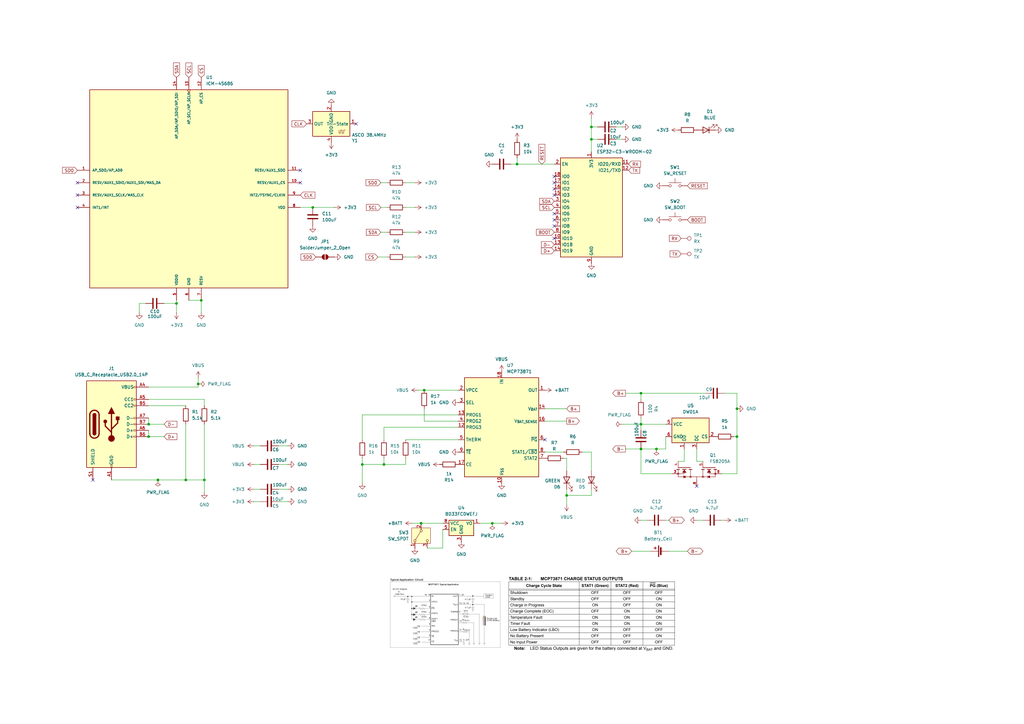
<source format=kicad_sch>
(kicad_sch (version 20250114) (generator "eeschema") (generator_version "9.0")
  (paper "A3")
  (lib_symbols
    (symbol "Battery_Management:DW01A"
      (property "Reference" "U" (at -6.604 6.35 0))
      (property "Value" "DW01A" (at 4.318 6.604 0))
      (symbol "DW01A_0_1"
        (pin power_in line (at -10.16 2.54 0) (length 2.54) (name "VCC") (number "5"))
        (pin power_in line (at -10.16 -2.54 0) (length 2.54) (name "GND") (number "6"))
        (pin output line (at -2.54 -7.62 90) (length 2.54) (name "OD") (number "1"))
        (pin output line (at 2.54 -7.62 90) (length 2.54) (name "OC") (number "3"))
        (pin input line (at 10.16 -2.54 180) (length 2.54) (name "CS") (number "2"))
      )
      (symbol "DW01A_1_1"
        (pin no_connect line (at 10.16 2.54 180) (length 2.54) (hide yes) (name "TD") (number "4"))
      )
    )
    (symbol "Battery_Management:MCP73871"
      (property "Reference" "U" (at -7.62 24.13 0))
      (property "Value" "MCP73871" (at -15.24 21.59 0))
      (symbol "MCP73871_1_1"
        (pin input line (at -17.78 15.24 0) (length 2.54) (name "VPCC") (number "2"))
        (pin input line (at -17.78 10.16 0) (length 2.54) (name "SEL") (number "3"))
        (pin bidirectional line (at -17.78 5.08 0) (length 2.54) (name "PROG1") (number "13"))
        (pin input line (at -17.78 2.54 0) (length 2.54) (name "PROG2") (number "4"))
        (pin bidirectional line (at -17.78 0 0) (length 2.54) (name "PROG3") (number "12"))
        (pin bidirectional line (at -17.78 -5.08 0) (length 2.54) (name "THERM") (number "5"))
        (pin input line (at -17.78 -10.16 0) (length 2.54) (name "~{TE}") (number "9"))
        (pin input line (at -17.78 -15.24 0) (length 2.54) (name "CE") (number "17"))
        (pin power_in line (at 0 22.86 270) (length 2.54) (name "IN") (number "18"))
        (pin passive line (at 0 22.86 270) (length 2.54) (hide yes) (name "IN") (number "19"))
        (pin power_in line (at 0 -22.86 90) (length 2.54) (name "V_{SS}") (number "10"))
        (pin passive line (at 0 -22.86 90) (length 2.54) (hide yes) (name "V_{SS}") (number "11"))
        (pin passive line (at 0 -22.86 90) (length 2.54) (hide yes) (name "V_{SS}") (number "21"))
        (pin power_out line (at 17.78 15.24 180) (length 2.54) (name "OUT") (number "1"))
        (pin passive line (at 17.78 15.24 180) (length 2.54) (hide yes) (name "OUT") (number "20"))
        (pin power_out line (at 17.78 7.62 180) (length 2.54) (name "V_{BAT}") (number "14"))
        (pin passive line (at 17.78 7.62 180) (length 2.54) (hide yes) (name "V_{BAT}") (number "15"))
        (pin input line (at 17.78 2.54 180) (length 2.54) (name "V_{BAT_SENSE}") (number "16"))
        (pin open_collector line (at 17.78 -5.08 180) (length 2.54) (name "~{PG}") (number "6"))
        (pin open_collector line (at 17.78 -10.16 180) (length 2.54) (name "STAT1/~{LBO}") (number "8"))
        (pin open_collector line (at 17.78 -12.7 180) (length 2.54) (name "STAT2") (number "7"))
      )
    )
    (symbol "Connector:TestPoint" (pin_numbers (hide yes)) (pin_names (offset 0.762) (hide yes))
      (property "Reference" "TP" (at 0 6.858 0))
      (property "Value" "TestPoint" (at 0 5.08 0))
      (symbol "TestPoint_1_1"
        (pin passive line (at 0 0 90) (length 2.54) (name "1") (number "1"))
      )
    )
    (symbol "Connector:USB_C_Receptacle_USB2.0_14P" (pin_names (offset 1.016))
      (property "Reference" "J" (at 0 22.225 0))
      (property "Value" "USB_C_Receptacle_USB2.0_14P" (at 0 19.685 0))
      (symbol "USB_C_Receptacle_USB2.0_14P_1_1"
        (pin passive line (at -7.62 -22.86 90) (length 5.08) (name "SHIELD") (number "S1"))
        (pin passive line (at 0 -22.86 90) (length 5.08) (name "GND") (number "A1"))
        (pin passive line (at 0 -22.86 90) (length 5.08) (hide yes) (name "GND") (number "A12"))
        (pin passive line (at 0 -22.86 90) (length 5.08) (hide yes) (name "GND") (number "B1"))
        (pin passive line (at 0 -22.86 90) (length 5.08) (hide yes) (name "GND") (number "B12"))
        (pin passive line (at 15.24 15.24 180) (length 5.08) (name "VBUS") (number "A4"))
        (pin passive line (at 15.24 15.24 180) (length 5.08) (hide yes) (name "VBUS") (number "A9"))
        (pin passive line (at 15.24 15.24 180) (length 5.08) (hide yes) (name "VBUS") (number "B4"))
        (pin passive line (at 15.24 15.24 180) (length 5.08) (hide yes) (name "VBUS") (number "B9"))
        (pin bidirectional line (at 15.24 10.16 180) (length 5.08) (name "CC1") (number "A5"))
        (pin bidirectional line (at 15.24 7.62 180) (length 5.08) (name "CC2") (number "B5"))
        (pin bidirectional line (at 15.24 2.54 180) (length 5.08) (name "D-") (number "A7"))
        (pin bidirectional line (at 15.24 0 180) (length 5.08) (name "D-") (number "B7"))
        (pin bidirectional line (at 15.24 -2.54 180) (length 5.08) (name "D+") (number "A6"))
        (pin bidirectional line (at 15.24 -5.08 180) (length 5.08) (name "D+") (number "B6"))
      )
    )
    (symbol "Device:Battery_Cell" (pin_numbers (hide yes)) (pin_names (offset 0) (hide yes))
      (property "Reference" "BT" (at 2.54 2.54 0))
      (property "Value" "Battery_Cell" (at 2.54 0 0))
      (symbol "Battery_Cell_1_1"
        (pin passive line (at 0 5.08 270) (length 2.54) (name "+") (number "1"))
        (pin passive line (at 0 -2.54 90) (length 2.54) (name "-") (number "2"))
      )
    )
    (symbol "Device:C" (pin_numbers (hide yes)) (pin_names (offset 0.254))
      (property "Reference" "C" (at 0.635 2.54 0))
      (property "Value" "C" (at 0.635 -2.54 0))
      (symbol "C_1_1"
        (pin passive line (at 0 3.81 270) (length 2.794) (name "~") (number "1"))
        (pin passive line (at 0 -3.81 90) (length 2.794) (name "~") (number "2"))
      )
    )
    (symbol "Device:LED" (pin_numbers (hide yes)) (pin_names (offset 1.016) (hide yes))
      (property "Reference" "D" (at 0 2.54 0))
      (property "Value" "LED" (at 0 -2.54 0))
      (symbol "LED_1_1"
        (pin passive line (at -3.81 0 0) (length 2.54) (name "K") (number "1"))
        (pin passive line (at 3.81 0 180) (length 2.54) (name "A") (number "2"))
      )
    )
    (symbol "Device:R" (pin_numbers (hide yes)) (pin_names (offset 0))
      (property "Reference" "R" (at 2.032 0 90))
      (property "Value" "R" (at 0 0 90))
      (symbol "R_1_1"
        (pin passive line (at 0 3.81 270) (length 1.27) (name "~") (number "1"))
        (pin passive line (at 0 -3.81 90) (length 1.27) (name "~") (number "2"))
      )
    )
    (symbol "FS8205A:FS8205A" (pin_names (offset 1.016))
      (property "Reference" "Q" (at -11.43 7.62 0))
      (property "Value" "FS8205A" (at -11.43 -12.7 0))
      (symbol "FS8205A_0_0"
        (pin passive line (at -5.08 2.54 0) (length 2.54) (name "~") (number "5"))
        (pin passive line (at -5.08 -7.62 0) (length 2.54) (name "~") (number "4"))
        (pin passive line (at 0 10.16 270) (length 2.54) (name "~") (number "6"))
        (pin passive line (at 0 10.16 270) (length 2.54) (name "~") (number "7"))
        (pin passive line (at 0 -10.16 90) (length 2.54) (name "~") (number "2"))
        (pin passive line (at 0 -10.16 90) (length 2.54) (name "~") (number "3"))
        (pin passive line (at 5.08 0 180) (length 2.54) (name "~") (number "1"))
        (pin passive line (at 5.08 0 180) (length 2.54) (name "~") (number "8"))
      )
    )
    (symbol "ICM-45686:ICM-45686" (pin_names (offset 1.016))
      (property "Reference" "U" (at -40.64 41.402 0))
      (property "Value" "ICM-45686" (at -40.64 -41.402 0))
      (symbol "ICM-45686_0_0"
        (pin bidirectional line (at -45.72 7.62 0) (length 5.08) (name "AP_SDO/AP_AD0") (number "1"))
        (pin bidirectional line (at -45.72 2.54 0) (length 5.08) (name "RESV/AUX1_SDIO/AUX1_SDI/MAS_DA") (number "2"))
        (pin bidirectional line (at -45.72 -2.54 0) (length 5.08) (name "RESV/AUX1_SCLK/MAS_CLK") (number "3"))
        (pin output line (at -45.72 -7.62 0) (length 5.08) (name "INT1/INT") (number "4"))
        (pin bidirectional line (at -5.08 45.72 270) (length 5.08) (name "AP_SDA/AP_SDIO/AP_SDI") (number "14"))
        (pin power_in line (at -5.08 -45.72 90) (length 5.08) (name "VDDIO") (number "5"))
        (pin input clock (at 0 45.72 270) (length 5.08) (name "AP_SCL/AP_SCLK") (number "13"))
        (pin power_in line (at 0 -45.72 90) (length 5.08) (name "GND") (number "6"))
        (pin input line (at 5.08 45.72 270) (length 5.08) (name "AP_CS") (number "12"))
        (pin passive line (at 5.08 -45.72 90) (length 5.08) (name "RESV") (number "7"))
        (pin output line (at 45.72 7.62 180) (length 5.08) (name "RESV/AUX1_SDO") (number "11"))
        (pin input line (at 45.72 2.54 180) (length 5.08) (name "RESV/AUX1_CS") (number "10"))
        (pin bidirectional line (at 45.72 -2.54 180) (length 5.08) (name "INT2/FSYNC/CLKIN") (number "9"))
        (pin power_in line (at 45.72 -7.62 180) (length 5.08) (name "VDD") (number "8"))
      )
    )
    (symbol "Jumper:SolderJumper_2_Open" (pin_numbers (hide yes)) (pin_names (offset 0) (hide yes)) (in_bom no)
      (property "Reference" "JP" (at 0 2.032 0))
      (property "Value" "SolderJumper_2_Open" (at 0 -2.54 0))
      (symbol "SolderJumper_2_Open_1_1"
        (pin passive line (at -3.81 0 0) (length 2.54) (name "A") (number "1"))
        (pin passive line (at 3.81 0 180) (length 2.54) (name "B") (number "2"))
      )
    )
    (symbol "Oscillator:ASCO"
      (property "Reference" "Y" (at -7.62 6.35 0))
      (property "Value" "ASCO" (at 1.27 -6.35 0))
      (symbol "ASCO_1_1"
        (pin input line (at -10.16 0 0) (length 2.54) (name "Tri-State") (number "1"))
        (pin power_in line (at 0 7.62 270) (length 2.54) (name "VDD") (number "4"))
        (pin power_in line (at 0 -7.62 90) (length 2.54) (name "GND") (number "2"))
        (pin output line (at 10.16 0 180) (length 2.54) (name "OUT") (number "3"))
      )
    )
    (symbol "RF_Module:ESP32-C3-WROOM-02"
      (property "Reference" "U" (at -12.192 21.336 0))
      (property "Value" "ESP32-C3-WROOM-02" (at 12.192 21.336 0))
      (symbol "ESP32-C3-WROOM-02_1_1"
        (pin input line (at -15.24 17.78 0) (length 2.54) (name "EN") (number "2"))
        (pin bidirectional line (at -15.24 12.7 0) (length 2.54) (name "IO0") (number "18"))
        (pin bidirectional line (at -15.24 10.16 0) (length 2.54) (name "IO1") (number "17"))
        (pin bidirectional line (at -15.24 7.62 0) (length 2.54) (name "IO2") (number "16"))
        (pin bidirectional line (at -15.24 5.08 0) (length 2.54) (name "IO3") (number "15"))
        (pin bidirectional line (at -15.24 2.54 0) (length 2.54) (name "IO4") (number "3"))
        (pin bidirectional line (at -15.24 0 0) (length 2.54) (name "IO5") (number "4"))
        (pin bidirectional line (at -15.24 -2.54 0) (length 2.54) (name "IO6") (number "5"))
        (pin bidirectional line (at -15.24 -5.08 0) (length 2.54) (name "IO7") (number "6"))
        (pin bidirectional line (at -15.24 -7.62 0) (length 2.54) (name "IO8") (number "7"))
        (pin bidirectional line (at -15.24 -10.16 0) (length 2.54) (name "IO9") (number "8"))
        (pin bidirectional line (at -15.24 -12.7 0) (length 2.54) (name "IO10") (number "10"))
        (pin bidirectional line (at -15.24 -15.24 0) (length 2.54) (name "IO18") (number "13"))
        (pin bidirectional line (at -15.24 -17.78 0) (length 2.54) (name "IO19") (number "14"))
        (pin power_in line (at 0 22.86 270) (length 2.54) (name "3V3") (number "1"))
        (pin passive line (at 0 -22.86 90) (length 2.54) (hide yes) (name "GND") (number "19"))
        (pin power_in line (at 0 -22.86 90) (length 2.54) (name "GND") (number "9"))
        (pin bidirectional line (at 15.24 17.78 180) (length 2.54) (name "IO20/RXD") (number "11"))
        (pin bidirectional line (at 15.24 15.24 180) (length 2.54) (name "IO21/TXD") (number "12"))
      )
    )
    (symbol "Regulator_Linear:BD33FC0WEFJ"
      (property "Reference" "U" (at 0 7.62 0))
      (property "Value" "BD33FC0WEFJ" (at 0 5.08 0))
      (symbol "BD33FC0WEFJ_1_1"
        (pin power_in line (at -7.62 0 0) (length 2.54) (name "VCC") (number "8"))
        (pin input line (at -7.62 -2.54 0) (length 2.54) (name "EN") (number "5"))
        (pin no_connect line (at -3.81 -5.08 90) (length 2.54) (hide yes) (name "NC") (number "4"))
        (pin no_connect line (at -2.54 -5.08 90) (length 2.54) (hide yes) (name "NC") (number "6"))
        (pin no_connect line (at -1.27 -5.08 90) (length 2.54) (hide yes) (name "NC") (number "7"))
        (pin power_in line (at 0 -7.62 90) (length 2.54) (name "GND") (number "3"))
        (pin passive line (at 0 -7.62 90) (length 2.54) (hide yes) (name "GND") (number "9"))
        (pin no_connect line (at 5.08 -2.54 180) (length 2.54) (hide yes) (name "NC") (number "2"))
        (pin power_out line (at 7.62 0 180) (length 2.54) (name "VO") (number "1"))
      )
    )
    (symbol "Switch:SW_Push" (pin_numbers (hide yes)) (pin_names (offset 1.016) (hide yes))
      (property "Reference" "SW" (at 1.27 2.54 0))
      (property "Value" "SW_Push" (at 0 -1.524 0))
      (symbol "SW_Push_0_1"
        (pin passive line (at -5.08 0 0) (length 2.54) (name "1") (number "1"))
        (pin passive line (at 5.08 0 180) (length 2.54) (name "2") (number "2"))
      )
    )
    (symbol "Switch:SW_SPDT" (pin_names (offset 0) (hide yes))
      (property "Reference" "SW" (at 0 5.08 0))
      (property "Value" "SW_SPDT" (at 0 -5.08 0))
      (symbol "SW_SPDT_1_1"
        (pin passive line (at -5.08 0 0) (length 2.54) (name "B") (number "2"))
        (pin passive line (at 5.08 2.54 180) (length 2.54) (name "A") (number "1"))
        (pin passive line (at 5.08 -2.54 180) (length 2.54) (name "C") (number "3"))
      )
    )
    (symbol "power:+3V3" (power) (pin_numbers (hide yes)) (pin_names (offset 0) (hide yes))
      (property "Value" "+3V3" (at 0 3.556 0))
      (symbol "+3V3_1_1"
        (pin power_in line (at 0 0 90) (length 0) (name "~") (number "1"))
      )
    )
    (symbol "power:+BATT" (power) (pin_numbers (hide yes)) (pin_names (offset 0) (hide yes))
      (property "Value" "+BATT" (at 0 3.556 0))
      (symbol "+BATT_1_1"
        (pin power_in line (at 0 0 90) (length 0) (name "~") (number "1"))
      )
    )
    (symbol "power:GND" (power) (pin_numbers (hide yes)) (pin_names (offset 0) (hide yes))
      (property "Value" "GND" (at 0 -3.81 0))
      (symbol "GND_1_1"
        (pin power_in line (at 0 0 270) (length 0) (name "~") (number "1"))
      )
    )
    (symbol "power:PWR_FLAG" (power) (pin_numbers (hide yes)) (pin_names (offset 0) (hide yes))
      (property "Value" "PWR_FLAG" (at 0 3.81 0))
      (symbol "PWR_FLAG_0_0"
        (pin power_out line (at 0 0 90) (length 0) (name "~") (number "1"))
      )
    )
    (symbol "power:VBUS" (power) (pin_numbers (hide yes)) (pin_names (offset 0) (hide yes))
      (property "Value" "VBUS" (at 0 3.556 0))
      (symbol "VBUS_1_1"
        (pin power_in line (at 0 0 90) (length 0) (name "~") (number "1"))
      )
    )
  )
  (junction (at 232.41 203.2))
  (junction (at 269.24 184.15))
  (junction (at 173.99 160.02))
  (junction (at 76.2 196.85))
  (junction (at 242.57 57.15))
  (junction (at 83.82 196.85))
  (junction (at 60.96 179.07))
  (junction (at 302.26 179.07))
  (junction (at 64.77 196.85))
  (junction (at 262.89 173.99))
  (junction (at 262.89 161.29))
  (junction (at 60.96 173.99))
  (junction (at 82.55 123.19))
  (junction (at 148.59 190.5))
  (junction (at 212.09 67.31))
  (junction (at 128.27 85.09))
  (junction (at 72.39 124.46))
  (junction (at 242.57 52.07))
  (junction (at 201.93 214.63))
  (junction (at 157.48 190.5))
  (junction (at 262.89 184.15))
  (junction (at 81.28 157.48))
  (junction (at 172.72 214.63))
  (junction (at 302.26 167.64))
  (no_connect (at 123.19 69.85))
  (no_connect (at 38.1 196.85))
  (no_connect (at 31.75 85.09))
  (no_connect (at 227.33 90.17))
  (no_connect (at 31.75 80.01))
  (no_connect (at 227.33 74.93))
  (no_connect (at 227.33 80.01))
  (no_connect (at 227.33 72.39))
  (no_connect (at 146.05 50.8))
  (no_connect (at 227.33 97.79))
  (no_connect (at 227.33 77.47))
  (no_connect (at 123.19 74.93))
  (no_connect (at 223.52 180.34))
  (no_connect (at 285.75 199.39))
  (no_connect (at 31.75 74.93))
  (no_connect (at 227.33 87.63))
  (no_connect (at 227.33 92.71))
  (wire (pts (xy 60.96 166.37) (xy 76.2 166.37)))
  (wire (pts (xy 60.96 179.07) (xy 67.31 179.07)))
  (wire (pts (xy 256.54 184.15) (xy 262.89 184.15)))
  (wire (pts (xy 242.57 57.15) (xy 245.11 57.15)))
  (wire (pts (xy 181.61 224.79) (xy 181.61 217.17)))
  (wire (pts (xy 83.82 166.37) (xy 83.82 163.83)))
  (wire (pts (xy 148.59 170.18) (xy 187.96 170.18)))
  (wire (pts (xy 242.57 52.07) (xy 242.57 57.15)))
  (wire (pts (xy 285.75 184.15) (xy 285.75 189.23)))
  (wire (pts (xy 173.99 160.02) (xy 187.96 160.02)))
  (wire (pts (xy 288.29 213.36) (xy 285.75 213.36)))
  (wire (pts (xy 280.67 189.23) (xy 278.13 189.23)))
  (wire (pts (xy 232.41 187.96) (xy 232.41 193.04)))
  (wire (pts (xy 242.57 185.42) (xy 242.57 193.04)))
  (wire (pts (xy 173.99 167.64) (xy 173.99 172.72)))
  (wire (pts (xy 83.82 163.83) (xy 60.96 163.83)))
  (wire (pts (xy 256.54 161.29) (xy 262.89 161.29)))
  (wire (pts (xy 166.37 105.41) (xy 170.18 105.41)))
  (wire (pts (xy 64.77 196.85) (xy 76.2 196.85)))
  (wire (pts (xy 255.27 173.99) (xy 262.89 173.99)))
  (wire (pts (xy 106.68 182.88) (xy 104.14 182.88)))
  (wire (pts (xy 269.24 184.15) (xy 273.05 184.15)))
  (wire (pts (xy 154.94 105.41) (xy 158.75 105.41)))
  (wire (pts (xy 81.28 157.48) (xy 81.28 154.94)))
  (wire (pts (xy 123.19 85.09) (xy 128.27 85.09)))
  (wire (pts (xy 60.96 176.53) (xy 60.96 179.07)))
  (wire (pts (xy 275.59 194.31) (xy 262.89 194.31)))
  (wire (pts (xy 295.91 194.31) (xy 302.26 194.31)))
  (wire (pts (xy 60.96 158.75) (xy 81.28 158.75)))
  (wire (pts (xy 262.89 173.99) (xy 273.05 173.99)))
  (wire (pts (xy 82.55 123.19) (xy 82.55 128.27)))
  (wire (pts (xy 242.57 48.26) (xy 242.57 52.07)))
  (wire (pts (xy 265.43 213.36) (xy 262.89 213.36)))
  (wire (pts (xy 209.55 67.31) (xy 212.09 67.31)))
  (wire (pts (xy 302.26 161.29) (xy 302.26 167.64)))
  (wire (pts (xy 156.21 95.25) (xy 158.75 95.25)))
  (wire (pts (xy 118.11 205.74) (xy 114.3 205.74)))
  (wire (pts (xy 166.37 190.5) (xy 157.48 190.5)))
  (wire (pts (xy 57.15 124.46) (xy 57.15 128.27)))
  (wire (pts (xy 302.26 179.07) (xy 300.99 179.07)))
  (wire (pts (xy 158.75 74.93) (xy 156.21 74.93)))
  (wire (pts (xy 232.41 203.2) (xy 232.41 207.01)))
  (wire (pts (xy 274.32 226.06) (xy 281.94 226.06)))
  (wire (pts (xy 201.93 214.63) (xy 205.74 214.63)))
  (wire (pts (xy 297.18 161.29) (xy 302.26 161.29)))
  (wire (pts (xy 166.37 95.25) (xy 170.18 95.25)))
  (wire (pts (xy 77.47 123.19) (xy 82.55 123.19)))
  (wire (pts (xy 173.99 172.72) (xy 187.96 172.72)))
  (wire (pts (xy 157.48 175.26) (xy 187.96 175.26)))
  (wire (pts (xy 223.52 172.72) (xy 232.41 172.72)))
  (wire (pts (xy 157.48 175.26) (xy 157.48 180.34)))
  (wire (pts (xy 285.75 189.23) (xy 288.29 189.23)))
  (wire (pts (xy 295.91 213.36) (xy 297.18 213.36)))
  (wire (pts (xy 81.28 158.75) (xy 81.28 157.48)))
  (wire (pts (xy 166.37 187.96) (xy 166.37 190.5)))
  (wire (pts (xy 106.68 190.5) (xy 104.14 190.5)))
  (wire (pts (xy 83.82 196.85) (xy 83.82 201.93)))
  (wire (pts (xy 231.14 187.96) (xy 232.41 187.96)))
  (wire (pts (xy 67.31 124.46) (xy 72.39 124.46)))
  (wire (pts (xy 262.89 161.29) (xy 289.56 161.29)))
  (wire (pts (xy 148.59 170.18) (xy 148.59 180.34)))
  (wire (pts (xy 60.96 173.99) (xy 67.31 173.99)))
  (wire (pts (xy 242.57 57.15) (xy 242.57 62.23)))
  (wire (pts (xy 76.2 196.85) (xy 83.82 196.85)))
  (wire (pts (xy 72.39 124.46) (xy 72.39 128.27)))
  (wire (pts (xy 83.82 173.99) (xy 83.82 196.85)))
  (wire (pts (xy 280.67 184.15) (xy 280.67 189.23)))
  (wire (pts (xy 273.05 184.15) (xy 273.05 179.07)))
  (wire (pts (xy 223.52 185.42) (xy 231.14 185.42)))
  (wire (pts (xy 166.37 74.93) (xy 170.18 74.93)))
  (wire (pts (xy 118.11 200.66) (xy 114.3 200.66)))
  (wire (pts (xy 118.11 182.88) (xy 114.3 182.88)))
  (wire (pts (xy 76.2 173.99) (xy 76.2 196.85)))
  (wire (pts (xy 168.91 214.63) (xy 172.72 214.63)))
  (wire (pts (xy 232.41 200.66) (xy 232.41 203.2)))
  (wire (pts (xy 262.89 184.15) (xy 262.89 194.31)))
  (wire (pts (xy 302.26 194.31) (xy 302.26 179.07)))
  (wire (pts (xy 262.89 184.15) (xy 269.24 184.15)))
  (wire (pts (xy 148.59 187.96) (xy 148.59 190.5)))
  (wire (pts (xy 252.73 52.07) (xy 255.27 52.07)))
  (wire (pts (xy 262.89 171.45) (xy 262.89 173.99)))
  (wire (pts (xy 259.08 226.06) (xy 266.7 226.06)))
  (wire (pts (xy 59.69 124.46) (xy 57.15 124.46)))
  (wire (pts (xy 172.72 214.63) (xy 181.61 214.63)))
  (wire (pts (xy 104.14 205.74) (xy 106.68 205.74)))
  (wire (pts (xy 238.76 185.42) (xy 242.57 185.42)))
  (wire (pts (xy 196.85 214.63) (xy 201.93 214.63)))
  (wire (pts (xy 212.09 64.77) (xy 212.09 67.31)))
  (wire (pts (xy 302.26 167.64) (xy 302.26 179.07)))
  (wire (pts (xy 157.48 190.5) (xy 148.59 190.5)))
  (wire (pts (xy 128.27 85.09) (xy 137.16 85.09)))
  (wire (pts (xy 242.57 200.66) (xy 242.57 203.2)))
  (wire (pts (xy 171.45 160.02) (xy 173.99 160.02)))
  (wire (pts (xy 262.89 173.99) (xy 262.89 176.53)))
  (wire (pts (xy 262.89 161.29) (xy 262.89 163.83)))
  (wire (pts (xy 166.37 85.09) (xy 170.18 85.09)))
  (wire (pts (xy 157.48 187.96) (xy 157.48 190.5)))
  (wire (pts (xy 60.96 171.45) (xy 60.96 173.99)))
  (wire (pts (xy 175.26 224.79) (xy 181.61 224.79)))
  (wire (pts (xy 118.11 190.5) (xy 114.3 190.5)))
  (wire (pts (xy 158.75 85.09) (xy 156.21 85.09)))
  (wire (pts (xy 273.05 213.36) (xy 274.32 213.36)))
  (wire (pts (xy 72.39 123.19) (xy 72.39 124.46)))
  (wire (pts (xy 252.73 57.15) (xy 255.27 57.15)))
  (wire (pts (xy 148.59 190.5) (xy 148.59 198.12)))
  (wire (pts (xy 242.57 52.07) (xy 245.11 52.07)))
  (wire (pts (xy 45.72 196.85) (xy 64.77 196.85)))
  (wire (pts (xy 104.14 200.66) (xy 106.68 200.66)))
  (wire (pts (xy 223.52 167.64) (xy 232.41 167.64)))
  (wire (pts (xy 232.41 203.2) (xy 242.57 203.2)))
  (wire (pts (xy 212.09 67.31) (xy 227.33 67.31)))
  (wire (pts (xy 166.37 180.34) (xy 187.96 180.34)))
  (image (at 182.88 251.46) (scale 0.130086))
  (image (at 242.57 251.46) (scale 0.182612))
  (global_label "D+" (shape input) (at 227.33 102.87 180) (property "Intersheetrefs" "${INTERSHEET_REFS}" (effects (hide yes))))
  (global_label "SDA" (shape input) (at 72.39 31.75 90) (property "Intersheetrefs" "${INTERSHEET_REFS}" (effects (hide yes))))
  (global_label "B+" (shape output) (at 232.41 172.72 0) (property "Intersheetrefs" "${INTERSHEET_REFS}" (effects (hide yes))))
  (global_label "SCL" (shape input) (at 227.33 85.09 180) (property "Intersheetrefs" "${INTERSHEET_REFS}" (effects (hide yes))))
  (global_label "RESET" (shape input) (at 281.94 76.2 0) (property "Intersheetrefs" "${INTERSHEET_REFS}" (effects (hide yes))))
  (global_label "SDA" (shape input) (at 156.21 95.25 180) (property "Intersheetrefs" "${INTERSHEET_REFS}" (effects (hide yes))))
  (global_label "CLK" (shape input) (at 125.73 50.8 180) (property "Intersheetrefs" "${INTERSHEET_REFS}" (effects (hide yes))))
  (global_label "B-" (shape bidirectional) (at 281.94 226.06 0) (property "Intersheetrefs" "${INTERSHEET_REFS}" (effects (hide yes))))
  (global_label "D+" (shape input) (at 67.31 179.07 0) (property "Intersheetrefs" "${INTERSHEET_REFS}" (effects (hide yes))))
  (global_label "CS" (shape input) (at 82.55 31.75 90) (property "Intersheetrefs" "${INTERSHEET_REFS}" (effects (hide yes))))
  (global_label "D-" (shape input) (at 67.31 173.99 0) (property "Intersheetrefs" "${INTERSHEET_REFS}" (effects (hide yes))))
  (global_label "BOOT" (shape input) (at 281.94 90.17 0) (property "Intersheetrefs" "${INTERSHEET_REFS}" (effects (hide yes))))
  (global_label "TX" (shape input) (at 279.4 104.14 180) (property "Intersheetrefs" "${INTERSHEET_REFS}" (effects (hide yes))))
  (global_label "CS" (shape input) (at 154.94 105.41 180) (property "Intersheetrefs" "${INTERSHEET_REFS}" (effects (hide yes))))
  (global_label "SDA" (shape input) (at 227.33 82.55 180) (property "Intersheetrefs" "${INTERSHEET_REFS}" (effects (hide yes))))
  (global_label "B+" (shape bidirectional) (at 259.08 226.06 180) (property "Intersheetrefs" "${INTERSHEET_REFS}" (effects (hide yes))))
  (global_label "B+" (shape bidirectional) (at 274.32 213.36 0) (property "Intersheetrefs" "${INTERSHEET_REFS}" (effects (hide yes))))
  (global_label "B+" (shape input) (at 232.41 167.64 0) (property "Intersheetrefs" "${INTERSHEET_REFS}" (effects (hide yes))))
  (global_label "SD0" (shape input) (at 31.75 69.85 180) (property "Intersheetrefs" "${INTERSHEET_REFS}" (effects (hide yes))))
  (global_label "B-" (shape output) (at 256.54 184.15 180) (property "Intersheetrefs" "${INTERSHEET_REFS}" (effects (hide yes))))
  (global_label "RX" (shape input) (at 279.4 97.79 180) (property "Intersheetrefs" "${INTERSHEET_REFS}" (effects (hide yes))))
  (global_label "CLK" (shape input) (at 123.19 80.01 0) (property "Intersheetrefs" "${INTERSHEET_REFS}" (effects (hide yes))))
  (global_label "BOOT" (shape input) (at 227.33 95.25 180) (property "Intersheetrefs" "${INTERSHEET_REFS}" (effects (hide yes))))
  (global_label "TX" (shape input) (at 257.81 69.85 0) (property "Intersheetrefs" "${INTERSHEET_REFS}" (effects (hide yes))))
  (global_label "RX" (shape input) (at 257.81 67.31 0) (property "Intersheetrefs" "${INTERSHEET_REFS}" (effects (hide yes))))
  (global_label "SCL" (shape input) (at 77.47 31.75 90) (property "Intersheetrefs" "${INTERSHEET_REFS}" (effects (hide yes))))
  (global_label "RESET" (shape input) (at 222.25 67.31 90) (property "Intersheetrefs" "${INTERSHEET_REFS}" (effects (hide yes))))
  (global_label "SCL" (shape input) (at 156.21 85.09 180) (property "Intersheetrefs" "${INTERSHEET_REFS}" (effects (hide yes))))
  (global_label "D-" (shape input) (at 227.33 100.33 180) (property "Intersheetrefs" "${INTERSHEET_REFS}" (effects (hide yes))))
  (global_label "B+" (shape output) (at 256.54 161.29 180) (property "Intersheetrefs" "${INTERSHEET_REFS}" (effects (hide yes))))
  (global_label "SD0" (shape input) (at 129.54 105.41 180) (property "Intersheetrefs" "${INTERSHEET_REFS}" (effects (hide yes))))
  (global_label "SD0" (shape input) (at 156.21 74.93 180) (property "Intersheetrefs" "${INTERSHEET_REFS}" (effects (hide yes))))
  (symbol (lib_id "Device:C") (at 262.89 180.34 180) (unit 1)
    (property "Reference" "C8" (at 264.414 177.8 90))
    (property "Value" "100uF" (at 261.112 176.022 90))
    (property "Footprint" "Capacitor_SMD:C_0603_1608Metric" (effects (hide yes)))
    (property "Description" "Unpolarized capacitor" (effects (hide yes)))
  )
  (symbol (lib_id "power:+BATT") (at 297.18 213.36 270) (unit 1)
    (property "Reference" "#PWR048" (effects (hide yes)))
    (property "Value" "+BATT" (at 300.99 213.3599 90) (effects (justify left)))
    (property "Description" "Power symbol creates a global label with name \"+BATT\"" (effects (hide yes)))
  )
  (symbol (lib_id "power:GND") (at 82.55 128.27 0) (unit 1)
    (property "Reference" "#PWR030" (effects (hide yes)))
    (property "Value" "GND" (at 82.55 133.35 0))
    (property "Description" "Power symbol creates a global label with name \"GND\" , ground" (effects (hide yes)))
  )
  (symbol (lib_id "power:GND") (at 187.96 185.42 270) (unit 1)
    (property "Reference" "#PWR046" (effects (hide yes)))
    (property "Value" "GND" (at 184.15 185.4199 90) (effects (justify right)))
    (property "Description" "Power symbol creates a global label with name \"GND\" , ground" (effects (hide yes)))
  )
  (symbol (lib_id "Connector:USB_C_Receptacle_USB2.0_14P") (at 45.72 173.99 0) (unit 1)
    (property "Reference" "J1" (at 45.72 151.13 0))
    (property "Value" "USB_C_Receptacle_USB2.0_14P" (at 45.72 153.67 0))
    (property "Footprint" "Connector_USB:USB_C_Receptacle_GCT_USB4105-xx-A_16P_TopMnt_Horizontal" (effects (hide yes)))
    (property "Datasheet" "https://www.usb.org/sites/default/files/documents/usb_type-c.zip" (effects (hide yes)))
    (property "Description" "USB 2.0-only 14P Type-C Receptacle connector" (effects (hide yes)))
  )
  (symbol (lib_id "Device:C") (at 63.5 124.46 90) (unit 1)
    (property "Reference" "C10" (at 63.5 127.762 90))
    (property "Value" "100uF" (at 63.5 129.794 90))
    (property "Footprint" "Capacitor_SMD:C_0603_1608Metric" (effects (hide yes)))
    (property "Description" "Unpolarized capacitor" (effects (hide yes)))
  )
  (symbol (lib_id "power:GND") (at 118.11 205.74 90) (unit 1)
    (property "Reference" "#PWR015" (effects (hide yes)))
    (property "Value" "GND" (at 121.92 205.7399 90) (effects (justify right)))
    (property "Description" "Power symbol creates a global label with name \"GND\" , ground" (effects (hide yes)))
  )
  (symbol (lib_id "Device:Battery_Cell") (at 271.78 226.06 90) (unit 1)
    (property "Reference" "BT1" (at 269.9385 218.44 90))
    (property "Value" "Battery_Cell" (at 269.9385 220.98 90))
    (property "Footprint" "Connector_JST:JST_PH_B2B-PH-K_1x02_P2.00mm_Vertical" (effects (hide yes)))
    (property "Description" "Single-cell battery" (effects (hide yes)))
  )
  (symbol (lib_id "Device:R") (at 162.56 85.09 90) (unit 1)
    (property "Reference" "R10" (at 162.56 78.74 90))
    (property "Value" "47k" (at 162.56 81.28 90))
    (property "Footprint" "Resistor_SMD:R_0603_1608Metric" (effects (hide yes)))
    (property "Description" "Resistor" (effects (hide yes)))
  )
  (symbol (lib_id "power:GND") (at 137.16 105.41 90) (unit 1)
    (property "Reference" "#PWR040" (effects (hide yes)))
    (property "Value" "GND" (at 140.97 105.4099 90) (effects (justify right)))
    (property "Description" "Power symbol creates a global label with name \"GND\" , ground" (effects (hide yes)))
  )
  (symbol (lib_id "Device:R") (at 184.15 190.5 270) (mirror x) (unit 1)
    (property "Reference" "R14" (at 184.15 196.85 90))
    (property "Value" "1k" (at 184.15 194.31 90))
    (property "Footprint" "Resistor_SMD:R_0603_1608Metric" (effects (hide yes)))
    (property "Description" "Resistor" (effects (hide yes)))
  )
  (symbol (lib_id "power:GND") (at 205.74 198.12 0) (unit 1)
    (property "Reference" "#PWR031" (effects (hide yes)))
    (property "Value" "GND" (at 205.74 203.2 0))
    (property "Description" "Power symbol creates a global label with name \"GND\" , ground" (effects (hide yes)))
  )
  (symbol (lib_id "power:GND") (at 118.11 200.66 90) (unit 1)
    (property "Reference" "#PWR014" (effects (hide yes)))
    (property "Value" "GND" (at 121.92 200.6599 90) (effects (justify right)))
    (property "Description" "Power symbol creates a global label with name \"GND\" , ground" (effects (hide yes)))
  )
  (symbol (lib_id "power:+3V3") (at 104.14 205.74 90) (unit 1)
    (property "Reference" "#PWR021" (effects (hide yes)))
    (property "Value" "+3V3" (at 100.33 205.7399 90) (effects (justify left)))
    (property "Description" "Power symbol creates a global label with name \"+3V3\"" (effects (hide yes)))
  )
  (symbol (lib_id "Battery_Management:DW01A") (at 283.21 176.53 0) (unit 1)
    (property "Reference" "U5" (at 283.21 166.37 0))
    (property "Value" "DW01A" (at 283.21 168.91 0))
    (property "Footprint" "Package_TO_SOT_SMD:SOT-23-6" (effects (hide yes)))
    (property "Datasheet" "https://hmsemi.com/downfile/DW01A.PDF" (effects (hide yes)))
    (property "Description" "Overcharge, overcurrent and overdischarge protection IC for single cell lithium-ion/polymer battery" (effects (hide yes)))
  )
  (symbol (lib_id "power:VBUS") (at 104.14 190.5 90) (unit 1)
    (property "Reference" "#PWR016" (effects (hide yes)))
    (property "Value" "VBUS" (at 100.33 190.4999 90) (effects (justify left)))
    (property "Description" "Power symbol creates a global label with name \"VBUS\"" (effects (hide yes)))
  )
  (symbol (lib_id "Device:C") (at 110.49 190.5 90) (unit 1)
    (property "Reference" "C7" (at 113.03 192.024 90))
    (property "Value" "100uF" (at 114.808 188.722 90))
    (property "Footprint" "Capacitor_SMD:C_0603_1608Metric" (effects (hide yes)))
    (property "Description" "Unpolarized capacitor" (effects (hide yes)))
  )
  (symbol (lib_id "ICM-45686:ICM-45686") (at 77.47 77.47 0) (unit 1)
    (property "Reference" "U1" (at 84.5186 31.75 0) (effects (justify left)))
    (property "Value" "ICM-45686" (at 84.5186 34.29 0) (effects (justify left)))
    (property "Footprint" "ICM-45686:IC_ICM-45686" (effects (hide yes)))
    (property "PARTREV" "0.2" (effects (hide yes)))
    (property "STANDARD" "Manufacturer Recommendations" (effects (hide yes)))
    (property "MAXIMUM_PACKAGE_HEIGHT" "0.86mm" (effects (hide yes)))
    (property "MANUFACTURER" "TDK InvenSense" (effects (hide yes)))
  )
  (symbol (lib_id "power:+3V3") (at 170.18 105.41 270) (unit 1)
    (property "Reference" "#PWR041" (effects (hide yes)))
    (property "Value" "+3V3" (at 173.99 105.4099 90) (effects (justify left)))
    (property "Description" "Power symbol creates a global label with name \"+3V3\"" (effects (hide yes)))
  )
  (symbol (lib_id "power:GND") (at 262.89 213.36 270) (unit 1)
    (property "Reference" "#PWR024" (effects (hide yes)))
    (property "Value" "GND" (at 261.62 209.55 90))
    (property "Description" "Power symbol creates a global label with name \"GND\" , ground" (effects (hide yes)))
  )
  (symbol (lib_id "power:VBUS") (at 171.45 160.02 90) (unit 1)
    (property "Reference" "#PWR022" (effects (hide yes)))
    (property "Value" "VBUS" (at 167.64 160.0199 90) (effects (justify left)))
    (property "Description" "Power symbol creates a global label with name \"VBUS\"" (effects (hide yes)))
  )
  (symbol (lib_id "power:+3V3") (at 205.74 214.63 270) (unit 1)
    (property "Reference" "#PWR03" (effects (hide yes)))
    (property "Value" "+3V3" (at 209.55 214.6299 90) (effects (justify left)))
    (property "Description" "Power symbol creates a global label with name \"+3V3\"" (effects (hide yes)))
  )
  (symbol (lib_id "Device:C") (at 292.1 213.36 90) (unit 1)
    (property "Reference" "C13" (at 292.1 205.74 90))
    (property "Value" "4.7uF" (at 292.1 208.28 90))
    (property "Footprint" "Capacitor_SMD:C_0603_1608Metric" (effects (hide yes)))
    (property "Description" "Unpolarized capacitor" (effects (hide yes)))
  )
  (symbol (lib_id "Device:R") (at 162.56 74.93 90) (unit 1)
    (property "Reference" "R13" (at 162.56 68.58 90))
    (property "Value" "47k" (at 162.56 71.12 90))
    (property "Footprint" "Resistor_SMD:R_0603_1608Metric" (effects (hide yes)))
    (property "Description" "Resistor" (effects (hide yes)))
  )
  (symbol (lib_id "power:+3V3") (at 170.18 74.93 270) (unit 1)
    (property "Reference" "#PWR044" (effects (hide yes)))
    (property "Value" "+3V3" (at 173.99 74.9299 90) (effects (justify left)))
    (property "Description" "Power symbol creates a global label with name \"+3V3\"" (effects (hide yes)))
  )
  (symbol (lib_id "power:VBUS") (at 81.28 154.94 0) (unit 1)
    (property "Reference" "#PWR025" (effects (hide yes)))
    (property "Value" "VBUS" (at 81.28 149.86 0))
    (property "Description" "Power symbol creates a global label with name \"VBUS\"" (effects (hide yes)))
  )
  (symbol (lib_id "Switch:SW_Push") (at 276.86 90.17 0) (unit 1)
    (property "Reference" "SW2" (at 276.86 82.55 0))
    (property "Value" "SW_BOOT" (at 276.86 85.09 0))
    (property "Footprint" "Button_Switch_SMD:SW_Push_1P1T_NO_CK_KMR2" (effects (hide yes)))
    (property "Description" "Push button switch, generic, two pins" (effects (hide yes)))
  )
  (symbol (lib_id "Device:C") (at 205.74 67.31 90) (unit 1)
    (property "Reference" "C1" (at 205.74 59.69 90))
    (property "Value" "C" (at 205.74 62.23 90))
    (property "Footprint" "Capacitor_SMD:C_0603_1608Metric" (effects (hide yes)))
    (property "Description" "Unpolarized capacitor" (effects (hide yes)))
  )
  (symbol (lib_id "Device:R") (at 227.33 187.96 90) (unit 1)
    (property "Reference" "R7" (at 227.33 181.61 90))
    (property "Value" "R" (at 227.33 184.15 90))
    (property "Footprint" "Resistor_SMD:R_0603_1608Metric" (effects (hide yes)))
    (property "Description" "Resistor" (effects (hide yes)))
  )
  (symbol (lib_id "Device:C") (at 128.27 88.9 0) (unit 1)
    (property "Reference" "C11" (at 132.08 87.6299 0) (effects (justify left)))
    (property "Value" "100uF" (at 132.08 90.1699 0) (effects (justify left)))
    (property "Footprint" "Capacitor_SMD:C_0603_1608Metric" (effects (hide yes)))
    (property "Description" "Unpolarized capacitor" (effects (hide yes)))
  )
  (symbol (lib_id "power:+3V3") (at 170.18 95.25 270) (unit 1)
    (property "Reference" "#PWR043" (effects (hide yes)))
    (property "Value" "+3V3" (at 173.99 95.2499 90) (effects (justify left)))
    (property "Description" "Power symbol creates a global label with name \"+3V3\"" (effects (hide yes)))
  )
  (symbol (lib_id "power:GND") (at 118.11 182.88 90) (unit 1)
    (property "Reference" "#PWR018" (effects (hide yes)))
    (property "Value" "GND" (at 121.92 182.8799 90) (effects (justify right)))
    (property "Description" "Power symbol creates a global label with name \"GND\" , ground" (effects (hide yes)))
  )
  (symbol (lib_id "Device:R") (at 148.59 184.15 0) (unit 1)
    (property "Reference" "R16" (at 151.13 182.8799 0) (effects (justify left)))
    (property "Value" "1k" (at 151.13 185.4199 0) (effects (justify left)))
    (property "Footprint" "Resistor_SMD:R_0603_1608Metric" (effects (hide yes)))
    (property "Description" "Resistor" (effects (hide yes)))
  )
  (symbol (lib_id "power:GND") (at 170.18 224.79 0) (unit 1)
    (property "Reference" "#PWR051" (effects (hide yes)))
    (property "Value" "GND" (at 170.18 229.87 0))
    (property "Description" "Power symbol creates a global label with name \"GND\" , ground" (effects (hide yes)))
  )
  (symbol (lib_id "power:GND") (at 201.93 67.31 270) (unit 1)
    (property "Reference" "#PWR08" (effects (hide yes)))
    (property "Value" "GND" (at 200.66 63.5 90))
    (property "Description" "Power symbol creates a global label with name \"GND\" , ground" (effects (hide yes)))
  )
  (symbol (lib_id "power:GND") (at 83.82 201.93 0) (unit 1)
    (property "Reference" "#PWR01" (effects (hide yes)))
    (property "Value" "GND" (at 83.82 207.01 0))
    (property "Description" "Power symbol creates a global label with name \"GND\" , ground" (effects (hide yes)))
  )
  (symbol (lib_id "Switch:SW_Push") (at 276.86 76.2 0) (unit 1)
    (property "Reference" "SW1" (at 276.86 68.58 0))
    (property "Value" "SW_RESET" (at 276.86 71.12 0))
    (property "Footprint" "Button_Switch_SMD:SW_Push_1P1T_NO_CK_KMR2" (effects (hide yes)))
    (property "Description" "Push button switch, generic, two pins" (effects (hide yes)))
  )
  (symbol (lib_id "power:+3V3") (at 278.13 53.34 90) (unit 1)
    (property "Reference" "#PWR032" (effects (hide yes)))
    (property "Value" "+3V3" (at 274.32 53.3399 90) (effects (justify left)))
    (property "Description" "Power symbol creates a global label with name \"+3V3\"" (effects (hide yes)))
  )
  (symbol (lib_id "power:PWR_FLAG") (at 269.24 184.15 180) (unit 1)
    (property "Reference" "#FLG05" (effects (hide yes)))
    (property "Value" "PWR_FLAG" (at 269.24 189.23 0))
    (property "Description" "Special symbol for telling ERC where power comes from" (effects (hide yes)))
  )
  (symbol (lib_id "power:+3V3") (at 135.89 58.42 180) (unit 1)
    (property "Reference" "#PWR039" (effects (hide yes)))
    (property "Value" "+3V3" (at 135.89 63.5 0))
    (property "Description" "Power symbol creates a global label with name \"+3V3\"" (effects (hide yes)))
  )
  (symbol (lib_id "Device:C") (at 110.49 205.74 90) (unit 1)
    (property "Reference" "C5" (at 113.03 207.518 90))
    (property "Value" "10uF" (at 114.046 204.724 90))
    (property "Footprint" "Capacitor_SMD:C_0603_1608Metric" (effects (hide yes)))
    (property "Description" "Unpolarized capacitor" (effects (hide yes)))
  )
  (symbol (lib_id "Device:C") (at 293.37 161.29 270) (unit 1)
    (property "Reference" "C9" (at 290.83 159.766 90))
    (property "Value" "10uF" (at 289.052 163.068 90))
    (property "Footprint" "Capacitor_SMD:C_0603_1608Metric" (effects (hide yes)))
    (property "Description" "Unpolarized capacitor" (effects (hide yes)))
  )
  (symbol (lib_id "Jumper:SolderJumper_2_Open") (at 133.35 105.41 0) (unit 1) (in_bom no)
    (property "Reference" "JP1" (at 133.35 99.06 0))
    (property "Value" "SolderJumper_2_Open" (at 133.35 101.6 0))
    (property "Footprint" "Jumper:SolderJumper-2_P1.3mm_Open_RoundedPad1.0x1.5mm" (effects (hide yes)))
    (property "Description" "Solder Jumper, 2-pole, open" (effects (hide yes)))
  )
  (symbol (lib_id "Device:R") (at 157.48 184.15 0) (unit 1)
    (property "Reference" "R15" (at 160.02 182.8799 0) (effects (justify left)))
    (property "Value" "10k" (at 160.02 185.4199 0) (effects (justify left)))
    (property "Footprint" "Resistor_SMD:R_0603_1608Metric" (effects (hide yes)))
    (property "Description" "Resistor" (effects (hide yes)))
  )
  (symbol (lib_id "power:GND") (at 271.78 76.2 270) (unit 1)
    (property "Reference" "#PWR012" (effects (hide yes)))
    (property "Value" "GND" (at 267.97 76.1999 90) (effects (justify right)))
    (property "Description" "Power symbol creates a global label with name \"GND\" , ground" (effects (hide yes)))
  )
  (symbol (lib_id "power:PWR_FLAG") (at 201.93 214.63 180) (unit 1)
    (property "Reference" "#FLG03" (effects (hide yes)))
    (property "Value" "PWR_FLAG" (at 201.93 219.71 0))
    (property "Description" "Special symbol for telling ERC where power comes from" (effects (hide yes)))
  )
  (symbol (lib_id "power:GND") (at 302.26 167.64 90) (unit 1)
    (property "Reference" "#PWR023" (effects (hide yes)))
    (property "Value" "GND" (at 306.07 167.6399 90) (effects (justify right)))
    (property "Description" "Power symbol creates a global label with name \"GND\" , ground" (effects (hide yes)))
  )
  (symbol (lib_id "power:GND") (at 271.78 90.17 270) (unit 1)
    (property "Reference" "#PWR013" (effects (hide yes)))
    (property "Value" "GND" (at 267.97 90.1699 90) (effects (justify right)))
    (property "Description" "Power symbol creates a global label with name \"GND\" , ground" (effects (hide yes)))
  )
  (symbol (lib_id "power:+3V3") (at 137.16 85.09 270) (unit 1)
    (property "Reference" "#PWR036" (effects (hide yes)))
    (property "Value" "+3V3" (at 140.97 85.0899 90) (effects (justify left)))
    (property "Description" "Power symbol creates a global label with name \"+3V3\"" (effects (hide yes)))
  )
  (symbol (lib_id "Device:LED") (at 232.41 196.85 90) (unit 1)
    (property "Reference" "D6" (at 229.87 199.7076 90) (effects (justify left)))
    (property "Value" "GREEN" (at 229.87 197.1676 90) (effects (justify left)))
    (property "Footprint" "LED_SMD:LED_0603_1608Metric" (effects (hide yes)))
    (property "Description" "Light emitting diode" (effects (hide yes)))
    (property "Sim.Pins" "1=K 2=A" (effects (hide yes)))
  )
  (symbol (lib_id "Device:R") (at 166.37 184.15 0) (unit 1)
    (property "Reference" "R11" (at 168.91 182.8799 0) (effects (justify left)))
    (property "Value" "10k" (at 168.91 185.4199 0) (effects (justify left)))
    (property "Footprint" "Resistor_SMD:R_0603_1608Metric" (effects (hide yes)))
    (property "Description" "Resistor" (effects (hide yes)))
  )
  (symbol (lib_id "power:VBUS") (at 180.34 190.5 90) (unit 1)
    (property "Reference" "#PWR045" (effects (hide yes)))
    (property "Value" "VBUS" (at 176.53 190.4999 90) (effects (justify left)))
    (property "Description" "Power symbol creates a global label with name \"VBUS\"" (effects (hide yes)))
  )
  (symbol (lib_id "power:+BATT") (at 168.91 214.63 90) (unit 1)
    (property "Reference" "#PWR050" (effects (hide yes)))
    (property "Value" "+BATT" (at 165.1 214.6299 90) (effects (justify left)))
    (property "Description" "Power symbol creates a global label with name \"+BATT\"" (effects (hide yes)))
  )
  (symbol (lib_id "power:GND") (at 148.59 198.12 0) (unit 1)
    (property "Reference" "#PWR028" (effects (hide yes)))
    (property "Value" "GND" (at 148.59 203.2 0))
    (property "Description" "Power symbol creates a global label with name \"GND\" , ground" (effects (hide yes)))
  )
  (symbol (lib_id "power:+3V3") (at 212.09 57.15 0) (unit 1)
    (property "Reference" "#PWR09" (effects (hide yes)))
    (property "Value" "+3V3" (at 212.09 52.07 0))
    (property "Description" "Power symbol creates a global label with name \"+3V3\"" (effects (hide yes)))
  )
  (symbol (lib_id "Device:R") (at 297.18 179.07 270) (mirror x) (unit 1)
    (property "Reference" "R5" (at 297.18 172.72 90))
    (property "Value" "1k" (at 297.18 175.26 90))
    (property "Footprint" "Resistor_SMD:R_0603_1608Metric" (effects (hide yes)))
    (property "Description" "Resistor" (effects (hide yes)))
  )
  (symbol (lib_id "Device:C") (at 110.49 182.88 90) (unit 1)
    (property "Reference" "C6" (at 113.03 184.404 90))
    (property "Value" "100uF" (at 114.808 181.102 90))
    (property "Footprint" "Capacitor_SMD:C_0603_1608Metric" (effects (hide yes)))
    (property "Description" "Unpolarized capacitor" (effects (hide yes)))
  )
  (symbol (lib_id "RF_Module:ESP32-C3-WROOM-02") (at 242.57 85.09 0) (unit 1)
    (property "Reference" "U2" (at 244.7133 59.69 0) (effects (justify left)))
    (property "Value" "ESP32-C3-WROOM-02" (at 244.7133 62.23 0) (effects (justify left)))
    (property "Footprint" "RF_Module:ESP32-C3-WROOM-02" (effects (hide yes)))
    (property "Datasheet" "https://www.espressif.com/sites/default/files/documentation/esp32-c3-wroom-02_datasheet_en.pdf" (effects (hide yes)))
    (property "Description" "802.11 b/g/n Wi­Fi and Bluetooth 5 module, ESP32­C3 SoC, RISC­V microprocessor, On-board antenna" (effects (hide yes)))
  )
  (symbol (lib_id "FS8205A:FS8205A") (at 285.75 194.31 270) (unit 1)
    (property "Reference" "Q1" (at 291.0587 186.69 90) (effects (justify left)))
    (property "Value" "FS8205A" (at 291.0587 189.23 90) (effects (justify left)))
    (property "Footprint" "FS8205A:FS8205A" (effects (hide yes)))
    (property "MF" "Fortune Semiconductor" (effects (hide yes)))
    (property "MAXIMUM_PACKAGE_HEIGHT" "1.2mm" (effects (hide yes)))
    (property "Package" "Package" (effects (hide yes)))
    (property "Price" "None" (effects (hide yes)))
    (property "Check_prices" "https://www.snapeda.com/parts/FS8205A/Fortune+Semiconductor/view-part/?ref=eda" (effects (hide yes)))
    (property "STANDARD" "IPC 7351B" (effects (hide yes)))
    (property "PARTREV" "1.7" (effects (hide yes)))
    (property "SnapEDA_Link" "https://www.snapeda.com/parts/FS8205A/Fortune+Semiconductor/view-part/?ref=snap" (effects (hide yes)))
    (property "MP" "FS8205A" (effects (hide yes)))
    (property "Availability" "In Stock" (effects (hide yes)))
    (property "MANUFACTURER" "Fortune Semiconductor" (effects (hide yes)))
  )
  (symbol (lib_id "power:+3V3") (at 170.18 85.09 270) (unit 1)
    (property "Reference" "#PWR042" (effects (hide yes)))
    (property "Value" "+3V3" (at 173.99 85.0899 90) (effects (justify left)))
    (property "Description" "Power symbol creates a global label with name \"+3V3\"" (effects (hide yes)))
  )
  (symbol (lib_id "power:GND") (at 57.15 128.27 0) (unit 1)
    (property "Reference" "#PWR035" (effects (hide yes)))
    (property "Value" "GND" (at 57.15 133.35 0))
    (property "Description" "Power symbol creates a global label with name \"GND\" , ground" (effects (hide yes)))
  )
  (symbol (lib_id "power:GND") (at 187.96 165.1 270) (unit 1)
    (property "Reference" "#PWR027" (effects (hide yes)))
    (property "Value" "GND" (at 184.15 165.0999 90) (effects (justify right)))
    (property "Description" "Power symbol creates a global label with name \"GND\" , ground" (effects (hide yes)))
  )
  (symbol (lib_id "Device:LED") (at 289.56 53.34 180) (unit 1)
    (property "Reference" "D1" (at 291.1475 45.72 0))
    (property "Value" "BLUE" (at 291.1475 48.26 0))
    (property "Footprint" "LED_SMD:LED_0603_1608Metric" (effects (hide yes)))
    (property "Description" "Light emitting diode" (effects (hide yes)))
    (property "Sim.Pins" "1=K 2=A" (effects (hide yes)))
  )
  (symbol (lib_id "Battery_Management:MCP73871") (at 205.74 175.26 0) (unit 1)
    (property "Reference" "U7" (at 207.8833 149.86 0) (effects (justify left)))
    (property "Value" "MCP73871" (at 207.8833 152.4 0) (effects (justify left)))
    (property "Footprint" "Package_DFN_QFN:QFN-20-1EP_4x4mm_P0.5mm_EP2.5x2.5mm" (effects (hide yes)))
    (property "Datasheet" "http://www.mouser.com/ds/2/268/22090a-52174.pdf" (effects (hide yes)))
    (property "Description" "Single cell, Li-Ion/Li-Po charge management controller" (effects (hide yes)))
  )
  (symbol (lib_id "power:GND") (at 118.11 190.5 90) (unit 1)
    (property "Reference" "#PWR019" (effects (hide yes)))
    (property "Value" "GND" (at 121.92 190.4999 90) (effects (justify right)))
    (property "Description" "Power symbol creates a global label with name \"GND\" , ground" (effects (hide yes)))
  )
  (symbol (lib_id "power:+3V3") (at 242.57 48.26 0) (unit 1)
    (property "Reference" "#PWR06" (effects (hide yes)))
    (property "Value" "+3V3" (at 242.57 43.18 0))
    (property "Description" "Power symbol creates a global label with name \"+3V3\"" (effects (hide yes)))
  )
  (symbol (lib_id "Connector:TestPoint") (at 279.4 104.14 270) (unit 1)
    (property "Reference" "TP2" (at 284.48 102.8699 90) (effects (justify left)))
    (property "Value" "TX" (at 284.48 105.4099 90) (effects (justify left)))
    (property "Footprint" "TestPoint:TestPoint_Pad_D1.0mm" (effects (hide yes)))
    (property "Description" "test point" (effects (hide yes)))
  )
  (symbol (lib_id "power:VBUS") (at 232.41 207.01 180) (unit 1)
    (property "Reference" "#PWR017" (effects (hide yes)))
    (property "Value" "VBUS" (at 232.41 212.09 0))
    (property "Description" "Power symbol creates a global label with name \"VBUS\"" (effects (hide yes)))
  )
  (symbol (lib_id "power:GND") (at 293.37 53.34 90) (unit 1)
    (property "Reference" "#PWR034" (effects (hide yes)))
    (property "Value" "GND" (at 297.18 53.3399 90) (effects (justify right)))
    (property "Description" "Power symbol creates a global label with name \"GND\" , ground" (effects (hide yes)))
  )
  (symbol (lib_id "power:GND") (at 128.27 92.71 0) (unit 1)
    (property "Reference" "#PWR037" (effects (hide yes)))
    (property "Value" "GND" (at 128.27 97.79 0))
    (property "Description" "Power symbol creates a global label with name \"GND\" , ground" (effects (hide yes)))
  )
  (symbol (lib_id "Device:R") (at 212.09 60.96 0) (unit 1)
    (property "Reference" "R3" (at 214.63 59.6899 0) (effects (justify left)))
    (property "Value" "10k" (at 214.63 62.2299 0) (effects (justify left)))
    (property "Footprint" "Resistor_SMD:R_0603_1608Metric" (effects (hide yes)))
    (property "Description" "Resistor" (effects (hide yes)))
  )
  (symbol (lib_id "Regulator_Linear:BD33FC0WEFJ") (at 189.23 214.63 0) (unit 1)
    (property "Reference" "U4" (at 189.23 208.28 0))
    (property "Value" "BD33FC0WEFJ" (at 189.23 210.82 0))
    (property "Footprint" "Package_SO:HTSOP-8-1EP_3.9x4.9mm_P1.27mm_EP2.4x3.2mm" (effects (hide yes)))
    (property "Datasheet" "https://fscdn.rohm.com/en/products/databook/datasheet/ic/power/linear_regulator/bdxxfc0wefj-e.pdf" (effects (hide yes)))
    (property "Description" "1A, 3.3V LDO regulator with OVP & TSP, with enable, HTSOP-J8" (effects (hide yes)))
  )
  (symbol (lib_id "Oscillator:ASCO") (at 135.89 50.8 180) (unit 1)
    (property "Reference" "Y1" (at 145.542 57.658 0))
    (property "Value" "ASCO 38.4MHz" (at 151.384 55.372 0))
    (property "Footprint" "Oscillator:Oscillator_SMD_Abracon_ASCO-4Pin_1.6x1.2mm" (effects (hide yes)))
    (property "Datasheet" "https://abracon.com/Oscillators/ASCO.pdf" (effects (hide yes)))
    (property "Description" "Crystal Clock Oscillator, Abracon ASCO" (effects (hide yes)))
  )
  (symbol (lib_id "power:VBUS") (at 205.74 152.4 0) (unit 1)
    (property "Reference" "#PWR026" (effects (hide yes)))
    (property "Value" "VBUS" (at 205.74 147.32 0))
    (property "Description" "Power symbol creates a global label with name \"VBUS\"" (effects (hide yes)))
  )
  (symbol (lib_id "power:VBUS") (at 104.14 182.88 90) (unit 1)
    (property "Reference" "#PWR02" (effects (hide yes)))
    (property "Value" "VBUS" (at 100.33 182.8799 90) (effects (justify left)))
    (property "Description" "Power symbol creates a global label with name \"VBUS\"" (effects (hide yes)))
  )
  (symbol (lib_id "power:PWR_FLAG") (at 81.28 157.48 270) (unit 1)
    (property "Reference" "#FLG02" (effects (hide yes)))
    (property "Value" "PWR_FLAG" (at 85.09 157.4799 90) (effects (justify left)))
    (property "Description" "Special symbol for telling ERC where power comes from" (effects (hide yes)))
  )
  (symbol (lib_id "Switch:SW_SPDT") (at 172.72 219.71 90) (mirror x) (unit 1)
    (property "Reference" "SW3" (at 167.64 218.4399 90) (effects (justify left)))
    (property "Value" "SW_SPDT" (at 167.64 220.9799 90) (effects (justify left)))
    (property "Footprint" "Button_Switch_SMD:SW_SPDT_CK_JS102011SAQN" (effects (hide yes)))
    (property "Description" "Switch, single pole double throw" (effects (hide yes)))
  )
  (symbol (lib_id "power:GND") (at 255.27 52.07 90) (unit 1)
    (property "Reference" "#PWR010" (effects (hide yes)))
    (property "Value" "GND" (at 259.08 52.0699 90) (effects (justify right)))
    (property "Description" "Power symbol creates a global label with name \"GND\" , ground" (effects (hide yes)))
  )
  (symbol (lib_id "Device:C") (at 269.24 213.36 90) (unit 1)
    (property "Reference" "C12" (at 269.24 205.74 90))
    (property "Value" "4.7uF" (at 269.24 208.28 90))
    (property "Footprint" "Capacitor_SMD:C_0603_1608Metric" (effects (hide yes)))
    (property "Description" "Unpolarized capacitor" (effects (hide yes)))
  )
  (symbol (lib_id "Device:C") (at 248.92 52.07 90) (unit 1)
    (property "Reference" "C2" (at 251.46 53.594 90))
    (property "Value" "100uF" (at 253.238 50.292 90))
    (property "Footprint" "Capacitor_SMD:C_0603_1608Metric" (effects (hide yes)))
    (property "Description" "Unpolarized capacitor" (effects (hide yes)))
  )
  (symbol (lib_id "Device:R") (at 76.2 170.18 0) (unit 1)
    (property "Reference" "R1" (at 78.74 168.9099 0) (effects (justify left)))
    (property "Value" "5.1k" (at 78.74 171.4499 0) (effects (justify left)))
    (property "Footprint" "Resistor_SMD:R_0603_1608Metric" (effects (hide yes)))
    (property "Description" "Resistor" (effects (hide yes)))
  )
  (symbol (lib_id "Device:R") (at 83.82 170.18 0) (unit 1)
    (property "Reference" "R2" (at 86.36 168.9099 0) (effects (justify left)))
    (property "Value" "5.1k" (at 86.36 171.4499 0) (effects (justify left)))
    (property "Footprint" "Resistor_SMD:R_0603_1608Metric" (effects (hide yes)))
    (property "Description" "Resistor" (effects (hide yes)))
  )
  (symbol (lib_id "Device:R") (at 162.56 95.25 90) (unit 1)
    (property "Reference" "R12" (at 162.56 88.9 90))
    (property "Value" "47k" (at 162.56 91.44 90))
    (property "Footprint" "Resistor_SMD:R_0603_1608Metric" (effects (hide yes)))
    (property "Description" "Resistor" (effects (hide yes)))
  )
  (symbol (lib_id "Connector:TestPoint") (at 279.4 97.79 270) (unit 1)
    (property "Reference" "TP1" (at 284.48 96.5199 90) (effects (justify left)))
    (property "Value" "RX" (at 284.48 99.0599 90) (effects (justify left)))
    (property "Footprint" "TestPoint:TestPoint_Pad_D1.0mm" (effects (hide yes)))
    (property "Description" "test point" (effects (hide yes)))
  )
  (symbol (lib_id "Device:R") (at 281.94 53.34 90) (unit 1)
    (property "Reference" "R8" (at 281.94 46.99 90))
    (property "Value" "R" (at 281.94 49.53 90))
    (property "Footprint" "Resistor_SMD:R_0603_1608Metric" (effects (hide yes)))
    (property "Description" "Resistor" (effects (hide yes)))
  )
  (symbol (lib_id "power:+3V3") (at 72.39 128.27 180) (unit 1)
    (property "Reference" "#PWR029" (effects (hide yes)))
    (property "Value" "+3V3" (at 72.39 133.35 0))
    (property "Description" "Power symbol creates a global label with name \"+3V3\"" (effects (hide yes)))
  )
  (symbol (lib_id "power:PWR_FLAG") (at 64.77 196.85 180) (unit 1)
    (property "Reference" "#FLG01" (effects (hide yes)))
    (property "Value" "PWR_FLAG" (at 64.77 201.93 0))
    (property "Description" "Special symbol for telling ERC where power comes from" (effects (hide yes)))
  )
  (symbol (lib_id "Device:R") (at 234.95 185.42 90) (unit 1)
    (property "Reference" "R6" (at 234.95 179.07 90))
    (property "Value" "R" (at 234.95 181.61 90))
    (property "Footprint" "Resistor_SMD:R_0603_1608Metric" (effects (hide yes)))
    (property "Description" "Resistor" (effects (hide yes)))
  )
  (symbol (lib_id "power:GND") (at 255.27 57.15 90) (unit 1)
    (property "Reference" "#PWR011" (effects (hide yes)))
    (property "Value" "GND" (at 259.08 57.1499 90) (effects (justify right)))
    (property "Description" "Power symbol creates a global label with name \"GND\" , ground" (effects (hide yes)))
  )
  (symbol (lib_id "power:GND") (at 285.75 213.36 270) (unit 1)
    (property "Reference" "#PWR049" (effects (hide yes)))
    (property "Value" "GND" (at 284.48 209.55 90))
    (property "Description" "Power symbol creates a global label with name \"GND\" , ground" (effects (hide yes)))
  )
  (symbol (lib_id "Device:LED") (at 242.57 196.85 90) (unit 1)
    (property "Reference" "D5" (at 240.03 199.7076 90) (effects (justify left)))
    (property "Value" "RED" (at 240.03 197.1676 90) (effects (justify left)))
    (property "Footprint" "LED_SMD:LED_0603_1608Metric" (effects (hide yes)))
    (property "Description" "Light emitting diode" (effects (hide yes)))
    (property "Sim.Pins" "1=K 2=A" (effects (hide yes)))
  )
  (symbol (lib_id "power:+3V3") (at 104.14 200.66 90) (unit 1)
    (property "Reference" "#PWR020" (effects (hide yes)))
    (property "Value" "+3V3" (at 100.33 200.6599 90) (effects (justify left)))
    (property "Description" "Power symbol creates a global label with name \"+3V3\"" (effects (hide yes)))
  )
  (symbol (lib_id "power:GND") (at 189.23 222.25 0) (unit 1)
    (property "Reference" "#PWR04" (effects (hide yes)))
    (property "Value" "GND" (at 189.23 227.33 0))
    (property "Description" "Power symbol creates a global label with name \"GND\" , ground" (effects (hide yes)))
  )
  (symbol (lib_id "power:GND") (at 242.57 107.95 0) (unit 1)
    (property "Reference" "#PWR07" (effects (hide yes)))
    (property "Value" "GND" (at 242.57 113.03 0))
    (property "Description" "Power symbol creates a global label with name \"GND\" , ground" (effects (hide yes)))
  )
  (symbol (lib_id "Device:R") (at 162.56 105.41 90) (unit 1)
    (property "Reference" "R9" (at 162.56 99.06 90))
    (property "Value" "47k" (at 162.56 101.6 90))
    (property "Footprint" "Resistor_SMD:R_0603_1608Metric" (effects (hide yes)))
    (property "Description" "Resistor" (effects (hide yes)))
  )
  (symbol (lib_id "Device:C") (at 248.92 57.15 90) (unit 1)
    (property "Reference" "C3" (at 251.46 58.928 90))
    (property "Value" "10uF" (at 252.476 56.134 90))
    (property "Footprint" "Capacitor_SMD:C_0603_1608Metric" (effects (hide yes)))
    (property "Description" "Unpolarized capacitor" (effects (hide yes)))
  )
  (symbol (lib_id "Device:R") (at 262.89 167.64 0) (mirror x) (unit 1)
    (property "Reference" "R4" (at 269.24 167.64 90))
    (property "Value" "100" (at 266.7 167.64 90))
    (property "Footprint" "Resistor_SMD:R_0603_1608Metric" (effects (hide yes)))
    (property "Description" "Resistor" (effects (hide yes)))
  )
  (symbol (lib_id "Device:R") (at 173.99 163.83 0) (unit 1)
    (property "Reference" "R17" (at 176.53 162.5599 0) (effects (justify left)))
    (property "Value" "1k" (at 176.53 165.0999 0) (effects (justify left)))
    (property "Footprint" "Resistor_SMD:R_0603_1608Metric" (effects (hide yes)))
    (property "Description" "Resistor" (effects (hide yes)))
  )
  (symbol (lib_id "Device:C") (at 110.49 200.66 90) (unit 1)
    (property "Reference" "C4" (at 113.03 202.184 90))
    (property "Value" "100uF" (at 114.808 198.882 90))
    (property "Footprint" "Capacitor_SMD:C_0603_1608Metric" (effects (hide yes)))
    (property "Description" "Unpolarized capacitor" (effects (hide yes)))
  )
  (symbol (lib_id "power:GND") (at 135.89 43.18 180) (unit 1)
    (property "Reference" "#PWR038" (effects (hide yes)))
    (property "Value" "GND" (at 135.89 38.1 0))
    (property "Description" "Power symbol creates a global label with name \"GND\" , ground" (effects (hide yes)))
  )
  (symbol (lib_id "power:PWR_FLAG") (at 255.27 173.99 90) (unit 1)
    (property "Reference" "#FLG04" (effects (hide yes)))
    (property "Value" "PWR_FLAG" (at 254 170.18 90))
    (property "Description" "Special symbol for telling ERC where power comes from" (effects (hide yes)))
  )
  (symbol (lib_id "power:+BATT") (at 223.52 160.02 270) (unit 1)
    (property "Reference" "#PWR05" (effects (hide yes)))
    (property "Value" "+BATT" (at 227.33 160.0199 90) (effects (justify left)))
    (property "Description" "Power symbol creates a global label with name \"+BATT\"" (effects (hide yes)))
  )
)
</source>
